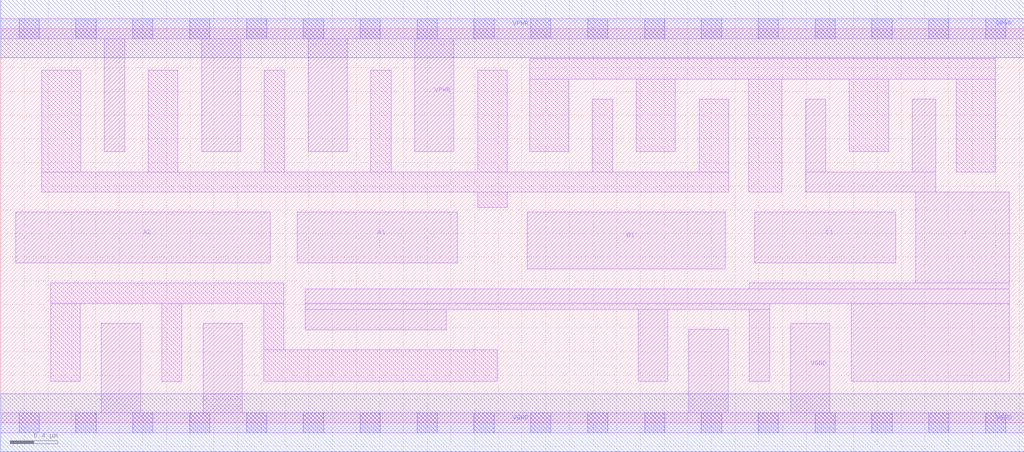
<source format=lef>
# Copyright 2020 The SkyWater PDK Authors
#
# Licensed under the Apache License, Version 2.0 (the "License");
# you may not use this file except in compliance with the License.
# You may obtain a copy of the License at
#
#     https://www.apache.org/licenses/LICENSE-2.0
#
# Unless required by applicable law or agreed to in writing, software
# distributed under the License is distributed on an "AS IS" BASIS,
# WITHOUT WARRANTIES OR CONDITIONS OF ANY KIND, either express or implied.
# See the License for the specific language governing permissions and
# limitations under the License.
#
# SPDX-License-Identifier: Apache-2.0

VERSION 5.7 ;
  NAMESCASESENSITIVE ON ;
  NOWIREEXTENSIONATPIN ON ;
  DIVIDERCHAR "/" ;
  BUSBITCHARS "[]" ;
UNITS
  DATABASE MICRONS 200 ;
END UNITS
MACRO sky130_fd_sc_hs__a211oi_4
  CLASS CORE ;
  SOURCE USER ;
  FOREIGN sky130_fd_sc_hs__a211oi_4 ;
  ORIGIN  0.000000  0.000000 ;
  SIZE  8.640000 BY  3.330000 ;
  SYMMETRY X Y ;
  SITE unit ;
  PIN A1
    ANTENNAGATEAREA  1.116000 ;
    DIRECTION INPUT ;
    USE SIGNAL ;
    PORT
      LAYER li1 ;
        RECT 2.505000 1.350000 3.855000 1.780000 ;
    END
  END A1
  PIN A2
    ANTENNAGATEAREA  1.116000 ;
    DIRECTION INPUT ;
    USE SIGNAL ;
    PORT
      LAYER li1 ;
        RECT 0.125000 1.350000 2.275000 1.780000 ;
    END
  END A2
  PIN B1
    ANTENNAGATEAREA  0.894000 ;
    DIRECTION INPUT ;
    USE SIGNAL ;
    PORT
      LAYER li1 ;
        RECT 4.445000 1.300000 6.115000 1.780000 ;
    END
  END B1
  PIN C1
    ANTENNAGATEAREA  0.894000 ;
    DIRECTION INPUT ;
    USE SIGNAL ;
    PORT
      LAYER li1 ;
        RECT 6.365000 1.350000 7.555000 1.780000 ;
    END
  END C1
  PIN Y
    ANTENNADIFFAREA  1.685800 ;
    DIRECTION OUTPUT ;
    USE SIGNAL ;
    PORT
      LAYER li1 ;
        RECT 2.570000 0.785000 3.760000 0.960000 ;
        RECT 2.570000 0.960000 6.490000 1.010000 ;
        RECT 2.570000 1.010000 8.515000 1.130000 ;
        RECT 5.380000 0.350000 5.630000 0.960000 ;
        RECT 6.320000 0.350000 6.490000 0.960000 ;
        RECT 6.320000 1.130000 8.515000 1.180000 ;
        RECT 6.795000 1.950000 7.895000 2.120000 ;
        RECT 6.795000 2.120000 6.965000 2.735000 ;
        RECT 7.180000 0.350000 8.515000 1.010000 ;
        RECT 7.695000 2.120000 7.895000 2.735000 ;
        RECT 7.725000 1.180000 8.515000 1.950000 ;
    END
  END Y
  PIN VGND
    DIRECTION INOUT ;
    USE GROUND ;
    PORT
      LAYER li1 ;
        RECT 0.000000 -0.085000 8.640000 0.085000 ;
        RECT 0.850000  0.085000 1.180000 0.840000 ;
        RECT 1.710000  0.085000 2.040000 0.840000 ;
        RECT 5.810000  0.085000 6.140000 0.790000 ;
        RECT 6.670000  0.085000 7.000000 0.840000 ;
      LAYER mcon ;
        RECT 0.155000 -0.085000 0.325000 0.085000 ;
        RECT 0.635000 -0.085000 0.805000 0.085000 ;
        RECT 1.115000 -0.085000 1.285000 0.085000 ;
        RECT 1.595000 -0.085000 1.765000 0.085000 ;
        RECT 2.075000 -0.085000 2.245000 0.085000 ;
        RECT 2.555000 -0.085000 2.725000 0.085000 ;
        RECT 3.035000 -0.085000 3.205000 0.085000 ;
        RECT 3.515000 -0.085000 3.685000 0.085000 ;
        RECT 3.995000 -0.085000 4.165000 0.085000 ;
        RECT 4.475000 -0.085000 4.645000 0.085000 ;
        RECT 4.955000 -0.085000 5.125000 0.085000 ;
        RECT 5.435000 -0.085000 5.605000 0.085000 ;
        RECT 5.915000 -0.085000 6.085000 0.085000 ;
        RECT 6.395000 -0.085000 6.565000 0.085000 ;
        RECT 6.875000 -0.085000 7.045000 0.085000 ;
        RECT 7.355000 -0.085000 7.525000 0.085000 ;
        RECT 7.835000 -0.085000 8.005000 0.085000 ;
        RECT 8.315000 -0.085000 8.485000 0.085000 ;
      LAYER met1 ;
        RECT 0.000000 -0.245000 8.640000 0.245000 ;
    END
  END VGND
  PIN VPWR
    DIRECTION INOUT ;
    USE POWER ;
    PORT
      LAYER li1 ;
        RECT 0.000000 3.245000 8.640000 3.415000 ;
        RECT 0.875000 2.290000 1.045000 3.245000 ;
        RECT 1.695000 2.290000 2.025000 3.245000 ;
        RECT 2.595000 2.290000 2.925000 3.245000 ;
        RECT 3.495000 2.290000 3.825000 3.245000 ;
      LAYER mcon ;
        RECT 0.155000 3.245000 0.325000 3.415000 ;
        RECT 0.635000 3.245000 0.805000 3.415000 ;
        RECT 1.115000 3.245000 1.285000 3.415000 ;
        RECT 1.595000 3.245000 1.765000 3.415000 ;
        RECT 2.075000 3.245000 2.245000 3.415000 ;
        RECT 2.555000 3.245000 2.725000 3.415000 ;
        RECT 3.035000 3.245000 3.205000 3.415000 ;
        RECT 3.515000 3.245000 3.685000 3.415000 ;
        RECT 3.995000 3.245000 4.165000 3.415000 ;
        RECT 4.475000 3.245000 4.645000 3.415000 ;
        RECT 4.955000 3.245000 5.125000 3.415000 ;
        RECT 5.435000 3.245000 5.605000 3.415000 ;
        RECT 5.915000 3.245000 6.085000 3.415000 ;
        RECT 6.395000 3.245000 6.565000 3.415000 ;
        RECT 6.875000 3.245000 7.045000 3.415000 ;
        RECT 7.355000 3.245000 7.525000 3.415000 ;
        RECT 7.835000 3.245000 8.005000 3.415000 ;
        RECT 8.315000 3.245000 8.485000 3.415000 ;
      LAYER met1 ;
        RECT 0.000000 3.085000 8.640000 3.575000 ;
    END
  END VPWR
  OBS
    LAYER li1 ;
      RECT 0.345000 1.950000 6.145000 2.120000 ;
      RECT 0.345000 2.120000 0.675000 2.980000 ;
      RECT 0.420000 0.350000 0.670000 1.010000 ;
      RECT 0.420000 1.010000 2.390000 1.180000 ;
      RECT 1.245000 2.120000 1.495000 2.980000 ;
      RECT 1.360000 0.350000 1.530000 1.010000 ;
      RECT 2.220000 0.350000 4.190000 0.615000 ;
      RECT 2.220000 0.615000 2.390000 1.010000 ;
      RECT 2.225000 2.120000 2.395000 2.980000 ;
      RECT 3.125000 2.120000 3.295000 2.980000 ;
      RECT 4.025000 1.820000 4.275000 1.950000 ;
      RECT 4.025000 2.120000 4.275000 2.980000 ;
      RECT 4.465000 2.290000 4.795000 2.905000 ;
      RECT 4.465000 2.905000 8.395000 3.075000 ;
      RECT 4.995000 2.120000 5.165000 2.735000 ;
      RECT 5.365000 2.290000 5.695000 2.905000 ;
      RECT 5.895000 2.120000 6.145000 2.735000 ;
      RECT 6.315000 1.950000 6.595000 2.905000 ;
      RECT 7.165000 2.290000 7.495000 2.905000 ;
      RECT 8.065000 2.120000 8.395000 2.905000 ;
  END
END sky130_fd_sc_hs__a211oi_4

</source>
